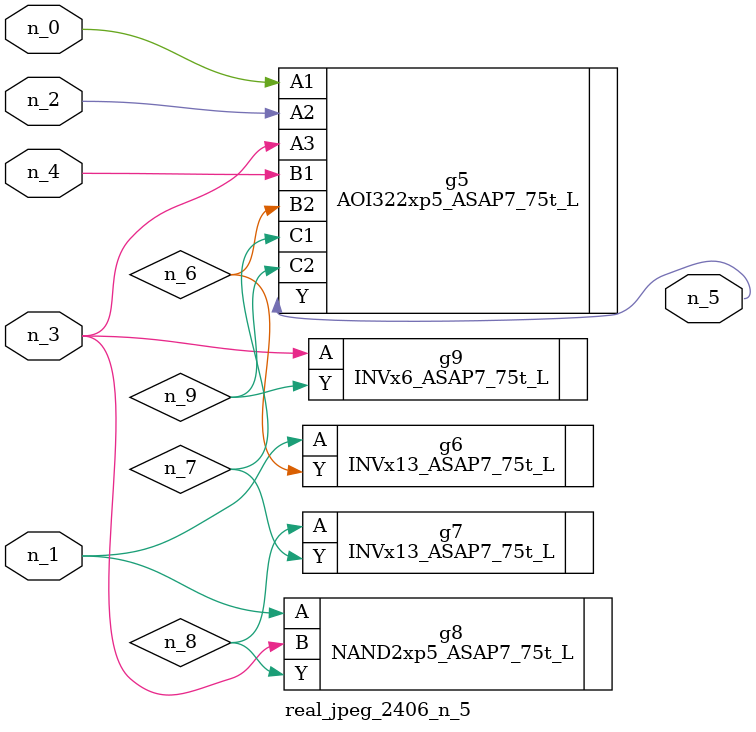
<source format=v>
module real_jpeg_2406_n_5 (n_4, n_0, n_1, n_2, n_3, n_5);

input n_4;
input n_0;
input n_1;
input n_2;
input n_3;

output n_5;

wire n_8;
wire n_6;
wire n_7;
wire n_9;

AOI322xp5_ASAP7_75t_L g5 ( 
.A1(n_0),
.A2(n_2),
.A3(n_3),
.B1(n_4),
.B2(n_6),
.C1(n_7),
.C2(n_9),
.Y(n_5)
);

INVx13_ASAP7_75t_L g6 ( 
.A(n_1),
.Y(n_6)
);

NAND2xp5_ASAP7_75t_L g8 ( 
.A(n_1),
.B(n_3),
.Y(n_8)
);

INVx6_ASAP7_75t_L g9 ( 
.A(n_3),
.Y(n_9)
);

INVx13_ASAP7_75t_L g7 ( 
.A(n_8),
.Y(n_7)
);


endmodule
</source>
